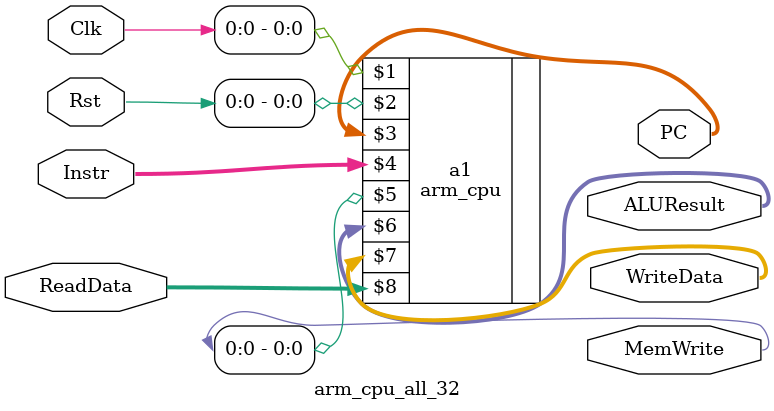
<source format=v>
`timescale 1ns / 1ps

module arm_cpu_all_32(Clk, Rst, PC, Instr, MemWrite, ALUResult, WriteData, ReadData);

    input [31:0] Clk, Rst, Instr, ReadData;
    output wire [31:0] PC, MemWrite, ALUResult, WriteData;

    arm_cpu a1(Clk[0], Rst[0], PC, Instr, MemWrite[0], ALUResult, WriteData, ReadData);

endmodule


</source>
